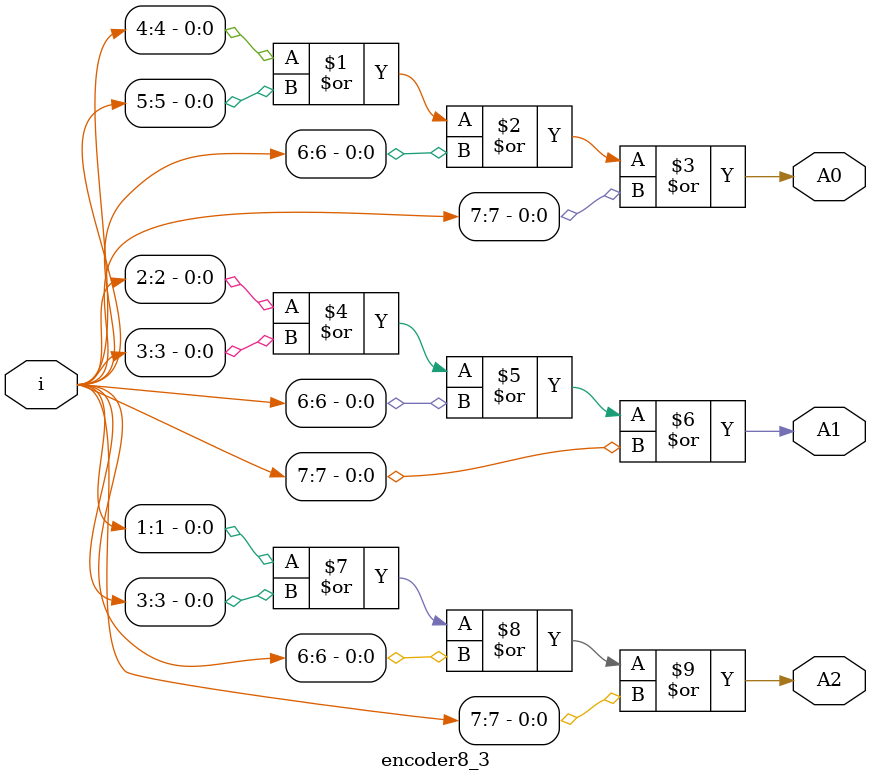
<source format=v>
`timescale 1ns / 1ps


module encoder8_3(i, A0,A1,A2); 
input [0:7]i; 
output A0,A1,A2;
 
    assign A0=i[4]|i[5]|i[6]|i[7];
    assign A1=i[2]|i[3]|i[6]|i[7];
    assign A2=i[1]|i[3]|i[6]|i[7];
endmodule

</source>
